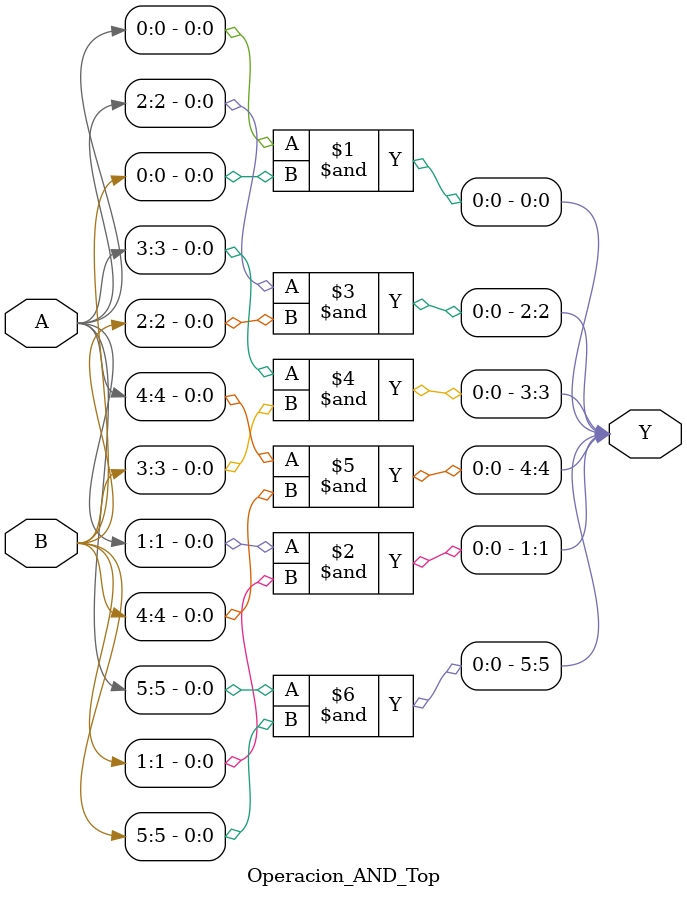
<source format=v>
`timescale 1ns / 1ps


module Operacion_AND_Top(
    input [5:0] A,
    input [5:0] B,
    output [5:0] Y
    );
    
    assign Y[0] = A[0] & B[0];
    assign Y[1] = A[1] & B[1];
    assign Y[2] = A[2] & B[2];
    assign Y[3] = A[3] & B[3];
    assign Y[4] = A[4] & B[4];
    assign Y[5] = A[5] & B[5];
    
endmodule

</source>
